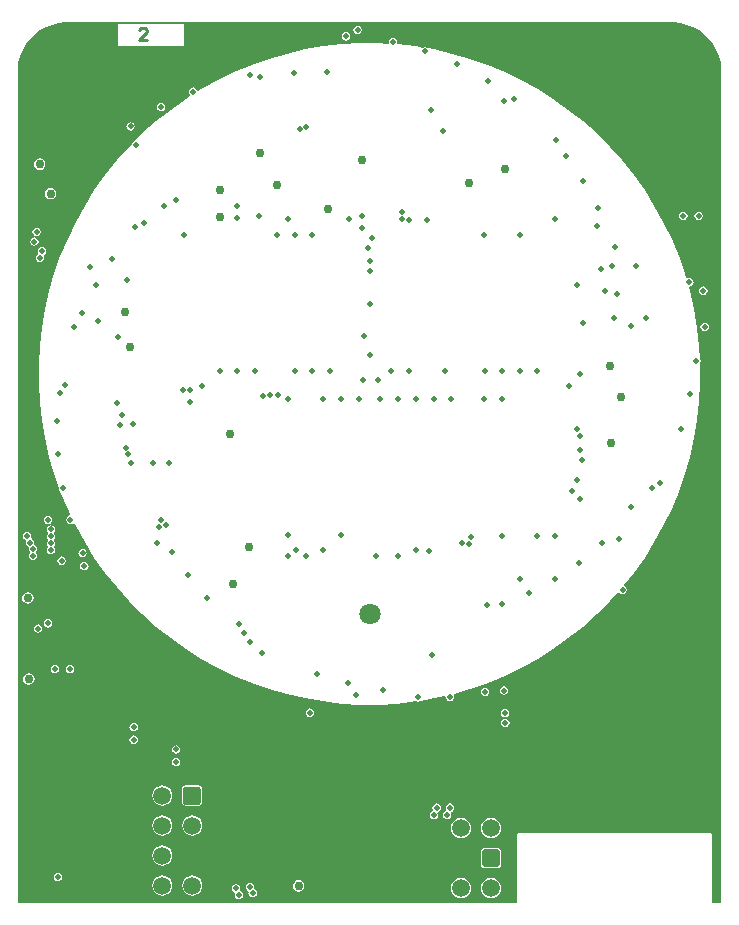
<source format=gbr>
%TF.GenerationSoftware,Altium Limited,Altium Designer,20.1.8 (145)*%
G04 Layer_Physical_Order=2*
G04 Layer_Color=10838552*
%FSLAX44Y44*%
%MOMM*%
%TF.SameCoordinates,136F3CA4-168E-489F-BF15-BD865E51D291*%
%TF.FilePolarity,Positive*%
%TF.FileFunction,Copper,L2,Inr,Signal*%
%TF.Part,Single*%
G01*
G75*
%TA.AperFunction,NonConductor*%
%ADD49C,0.2540*%
%TA.AperFunction,ViaPad*%
%ADD50C,5.5000*%
%TA.AperFunction,ComponentPad*%
%ADD51C,0.5600*%
%ADD52O,2.2000X1.1000*%
%ADD53O,1.9000X1.1000*%
G04:AMPARAMS|DCode=54|XSize=1.5mm|YSize=1.5mm|CornerRadius=0.1875mm|HoleSize=0mm|Usage=FLASHONLY|Rotation=270.000|XOffset=0mm|YOffset=0mm|HoleType=Round|Shape=RoundedRectangle|*
%AMROUNDEDRECTD54*
21,1,1.5000,1.1250,0,0,270.0*
21,1,1.1250,1.5000,0,0,270.0*
1,1,0.3750,-0.5625,-0.5625*
1,1,0.3750,-0.5625,0.5625*
1,1,0.3750,0.5625,0.5625*
1,1,0.3750,0.5625,-0.5625*
%
%ADD54ROUNDEDRECTD54*%
%ADD55C,1.5000*%
G04:AMPARAMS|DCode=56|XSize=1.5mm|YSize=1.5mm|CornerRadius=0.15mm|HoleSize=0mm|Usage=FLASHONLY|Rotation=180.000|XOffset=0mm|YOffset=0mm|HoleType=Round|Shape=RoundedRectangle|*
%AMROUNDEDRECTD56*
21,1,1.5000,1.2000,0,0,180.0*
21,1,1.2000,1.5000,0,0,180.0*
1,1,0.3000,-0.6000,0.6000*
1,1,0.3000,0.6000,0.6000*
1,1,0.3000,0.6000,-0.6000*
1,1,0.3000,-0.6000,-0.6000*
%
%ADD56ROUNDEDRECTD56*%
%TA.AperFunction,ViaPad*%
%ADD57C,0.7600*%
%ADD58C,0.4600*%
%ADD59C,1.8000*%
G36*
X263399Y297226D02*
X268839Y295768D01*
X274042Y293613D01*
X278919Y290797D01*
X283387Y287369D01*
X287369Y283387D01*
X290797Y278919D01*
X293613Y274042D01*
X295768Y268839D01*
X297226Y263399D01*
X297961Y257816D01*
Y255000D01*
Y-447961D01*
X290008D01*
X289924Y-447835D01*
Y-390169D01*
X289602Y-389391D01*
X288824Y-389069D01*
X125746D01*
X124969Y-389391D01*
X124647Y-390169D01*
Y-447835D01*
X124563Y-447961D01*
X-297961D01*
Y255000D01*
Y257816D01*
X-297226Y263399D01*
X-295768Y268839D01*
X-293613Y274042D01*
X-290797Y278919D01*
X-287369Y283387D01*
X-283387Y287369D01*
X-278919Y290797D01*
X-274042Y293613D01*
X-268839Y295768D01*
X-263399Y297226D01*
X-257816Y297961D01*
X257816D01*
X263399Y297226D01*
D02*
G37*
%LPC*%
G36*
X-10165Y294641D02*
X-11530Y294370D01*
X-12688Y293596D01*
X-13461Y292438D01*
X-13733Y291073D01*
X-13461Y289707D01*
X-12688Y288549D01*
X-11530Y287776D01*
X-10165Y287504D01*
X-8799Y287776D01*
X-7641Y288549D01*
X-6868Y289707D01*
X-6596Y291073D01*
X-6868Y292438D01*
X-7641Y293596D01*
X-8799Y294370D01*
X-10165Y294641D01*
D02*
G37*
G36*
X-19985Y289371D02*
X-21351Y289099D01*
X-22509Y288326D01*
X-23282Y287168D01*
X-23554Y285802D01*
X-23282Y284436D01*
X-22509Y283279D01*
X-21351Y282505D01*
X-19985Y282234D01*
X-18620Y282505D01*
X-17462Y283279D01*
X-16688Y284436D01*
X-16417Y285802D01*
X-16688Y287168D01*
X-17462Y288326D01*
X-18620Y289099D01*
X-19985Y289371D01*
D02*
G37*
G36*
X19654Y284632D02*
X18288Y284361D01*
X17131Y283587D01*
X16357Y282429D01*
X16085Y281064D01*
X16187Y280550D01*
X15345Y279579D01*
X7856Y280000D01*
X-0Y280000D01*
X-7856Y280000D01*
X-23544Y279119D01*
X-39157Y277360D01*
X-54647Y274728D01*
X-69965Y271232D01*
X-85063Y266882D01*
X-99894Y261693D01*
X-114410Y255680D01*
X-128566Y248863D01*
X-142317Y241262D01*
X-145009Y239571D01*
X-145942Y239973D01*
X-146008Y240303D01*
X-146781Y241461D01*
X-147939Y242234D01*
X-149305Y242506D01*
X-150670Y242234D01*
X-151828Y241461D01*
X-152602Y240303D01*
X-152873Y238938D01*
X-152602Y237572D01*
X-151862Y236465D01*
X-151737Y236196D01*
X-151749Y235336D01*
X-155621Y232903D01*
X-168435Y223811D01*
X-180720Y214015D01*
X-192435Y203545D01*
X-198431Y197549D01*
X-198936Y197449D01*
X-200094Y196675D01*
X-200867Y195518D01*
X-200968Y195012D01*
X-203545Y192435D01*
X-214015Y180719D01*
X-223811Y168435D01*
X-232903Y155621D01*
X-241263Y142317D01*
X-248863Y128566D01*
X-255680Y114409D01*
X-261693Y99893D01*
X-266882Y85063D01*
X-271232Y69965D01*
X-274728Y54647D01*
X-277360Y39157D01*
X-279119Y23544D01*
X-280000Y7856D01*
X-280000Y0D01*
X-280000Y-7856D01*
X-279119Y-23543D01*
X-277360Y-39157D01*
X-274728Y-54647D01*
X-271232Y-69965D01*
X-266882Y-85063D01*
X-262909Y-96417D01*
X-263027Y-97008D01*
X-262755Y-98373D01*
X-261982Y-99531D01*
X-261770Y-99672D01*
X-261693Y-99893D01*
X-255680Y-114409D01*
X-253490Y-118957D01*
X-254064Y-120107D01*
X-254601Y-120214D01*
X-255759Y-120988D01*
X-256532Y-122146D01*
X-256804Y-123511D01*
X-256532Y-124877D01*
X-255759Y-126034D01*
X-254601Y-126808D01*
X-253235Y-127080D01*
X-251870Y-126808D01*
X-251088Y-126286D01*
X-249873Y-126468D01*
X-248863Y-128566D01*
X-241262Y-142317D01*
X-232903Y-155621D01*
X-223811Y-168435D01*
X-214015Y-180719D01*
X-203545Y-192435D01*
X-192435Y-203545D01*
X-180719Y-214015D01*
X-168435Y-223811D01*
X-155621Y-232903D01*
X-142317Y-241262D01*
X-128566Y-248863D01*
X-114409Y-255680D01*
X-99893Y-261693D01*
X-85063Y-266882D01*
X-69965Y-271232D01*
X-54647Y-274728D01*
X-39157Y-277360D01*
X-23543Y-279119D01*
X-7856Y-280000D01*
X0Y-280000D01*
X7856Y-280000D01*
X23544Y-279119D01*
X39157Y-277360D01*
X39670Y-277273D01*
X40943Y-277526D01*
X42309Y-277254D01*
X43172Y-276678D01*
X54647Y-274728D01*
X63875Y-272622D01*
X64450Y-273182D01*
X64616Y-273495D01*
X64865Y-274746D01*
X65638Y-275904D01*
X66796Y-276678D01*
X68162Y-276949D01*
X69527Y-276678D01*
X70685Y-275904D01*
X71458Y-274746D01*
X71730Y-273381D01*
X71458Y-272015D01*
X71257Y-271713D01*
X71606Y-270759D01*
X85063Y-266882D01*
X99894Y-261693D01*
X114410Y-255680D01*
X128566Y-248863D01*
X142317Y-241262D01*
X155621Y-232903D01*
X168435Y-223811D01*
X180719Y-214015D01*
X192435Y-203545D01*
X203545Y-192435D01*
X210173Y-185018D01*
X211455Y-185108D01*
X211721Y-185505D01*
X212879Y-186279D01*
X214244Y-186551D01*
X215610Y-186279D01*
X216768Y-185505D01*
X217541Y-184348D01*
X217813Y-182982D01*
X217541Y-181616D01*
X216768Y-180459D01*
X215955Y-179916D01*
X215604Y-178727D01*
X223811Y-168435D01*
X232903Y-155621D01*
X241263Y-142317D01*
X248863Y-128566D01*
X255680Y-114410D01*
X261693Y-99893D01*
X266882Y-85063D01*
X271232Y-69965D01*
X274728Y-54647D01*
X277360Y-39157D01*
X279119Y-23544D01*
X280000Y-7856D01*
X280000Y-0D01*
X280000Y7856D01*
X279921Y9266D01*
X280083Y9509D01*
X280355Y10875D01*
X280083Y12241D01*
X279723Y12779D01*
X279119Y23543D01*
X277360Y39157D01*
X274728Y54647D01*
X271232Y69965D01*
X270287Y73244D01*
X271086Y74142D01*
X272201Y74364D01*
X273359Y75138D01*
X274132Y76295D01*
X274404Y77661D01*
X274132Y79026D01*
X273359Y80184D01*
X272201Y80958D01*
X270835Y81229D01*
X269470Y80958D01*
X269178Y80763D01*
X267996Y81195D01*
X266882Y85063D01*
X261693Y99893D01*
X255680Y114409D01*
X248863Y128566D01*
X241262Y142317D01*
X232903Y155621D01*
X223811Y168435D01*
X214015Y180719D01*
X203545Y192435D01*
X192435Y203545D01*
X180719Y214015D01*
X168435Y223811D01*
X155621Y232903D01*
X142317Y241263D01*
X128565Y248863D01*
X114409Y255680D01*
X99893Y261693D01*
X85063Y266882D01*
X69965Y271232D01*
X54647Y274728D01*
X49250Y275645D01*
X48275Y276296D01*
X46910Y276568D01*
X45544Y276296D01*
X45519Y276279D01*
X39156Y277360D01*
X23769Y279094D01*
X23570Y279240D01*
X23366Y279491D01*
X23044Y280165D01*
X23222Y281064D01*
X22951Y282429D01*
X22177Y283587D01*
X21019Y284361D01*
X19654Y284632D01*
D02*
G37*
G36*
X-184785Y296017D02*
X-199517D01*
Y295950D01*
X-213153D01*
Y277950D01*
X-157153D01*
Y295950D01*
X-184785D01*
Y296017D01*
D02*
G37*
G36*
X-176387Y229334D02*
X-177753Y229062D01*
X-178910Y228288D01*
X-179684Y227131D01*
X-179956Y225765D01*
X-179684Y224400D01*
X-178910Y223242D01*
X-177753Y222468D01*
X-176387Y222197D01*
X-175021Y222468D01*
X-173864Y223242D01*
X-173090Y224400D01*
X-172819Y225765D01*
X-173090Y227131D01*
X-173864Y228288D01*
X-175021Y229062D01*
X-176387Y229334D01*
D02*
G37*
G36*
X-202319Y213076D02*
X-203685Y212805D01*
X-204843Y212031D01*
X-205616Y210873D01*
X-205888Y209508D01*
X-205616Y208142D01*
X-204843Y206984D01*
X-203685Y206211D01*
X-202319Y205939D01*
X-200954Y206211D01*
X-199796Y206984D01*
X-199022Y208142D01*
X-198751Y209508D01*
X-199022Y210873D01*
X-199796Y212031D01*
X-200954Y212805D01*
X-202319Y213076D01*
D02*
G37*
G36*
X-279268Y182440D02*
X-281147Y182067D01*
X-282740Y181002D01*
X-283805Y179409D01*
X-284179Y177530D01*
X-283805Y175651D01*
X-282740Y174058D01*
X-281147Y172994D01*
X-279268Y172620D01*
X-277389Y172994D01*
X-275796Y174058D01*
X-274732Y175651D01*
X-274358Y177530D01*
X-274732Y179409D01*
X-275796Y181002D01*
X-277389Y182067D01*
X-279268Y182440D01*
D02*
G37*
G36*
X-270052Y157534D02*
X-271931Y157161D01*
X-273524Y156096D01*
X-274589Y154503D01*
X-274963Y152624D01*
X-274589Y150745D01*
X-273524Y149152D01*
X-271931Y148087D01*
X-270052Y147714D01*
X-268173Y148087D01*
X-266580Y149152D01*
X-265516Y150745D01*
X-265142Y152624D01*
X-265516Y154503D01*
X-266580Y156096D01*
X-268173Y157161D01*
X-270052Y157534D01*
D02*
G37*
G36*
X278577Y137427D02*
X277211Y137155D01*
X276054Y136382D01*
X275280Y135224D01*
X275009Y133858D01*
X275280Y132493D01*
X276054Y131335D01*
X277211Y130561D01*
X278577Y130290D01*
X279943Y130561D01*
X281100Y131335D01*
X281874Y132493D01*
X282146Y133858D01*
X281874Y135224D01*
X281100Y136382D01*
X279943Y137155D01*
X278577Y137427D01*
D02*
G37*
G36*
X265735D02*
X264369Y137155D01*
X263212Y136382D01*
X262438Y135224D01*
X262167Y133858D01*
X262438Y132493D01*
X263212Y131335D01*
X264369Y130561D01*
X265735Y130290D01*
X267101Y130561D01*
X268258Y131335D01*
X269032Y132493D01*
X269304Y133858D01*
X269032Y135224D01*
X268258Y136382D01*
X267101Y137155D01*
X265735Y137427D01*
D02*
G37*
G36*
X-281905Y123903D02*
X-283270Y123631D01*
X-284428Y122857D01*
X-285201Y121700D01*
X-285473Y120334D01*
X-285201Y118968D01*
X-284428Y117811D01*
X-283270Y117037D01*
X-281905Y116765D01*
X-280539Y117037D01*
X-279381Y117811D01*
X-278608Y118968D01*
X-278336Y120334D01*
X-278608Y121700D01*
X-279381Y122857D01*
X-280539Y123631D01*
X-281905Y123903D01*
D02*
G37*
G36*
X-283709Y115633D02*
X-285074Y115361D01*
X-286232Y114587D01*
X-287006Y113430D01*
X-287277Y112064D01*
X-287006Y110698D01*
X-286232Y109541D01*
X-285074Y108767D01*
X-283709Y108496D01*
X-282343Y108767D01*
X-281185Y109541D01*
X-280412Y110698D01*
X-280140Y112064D01*
X-280412Y113430D01*
X-281185Y114587D01*
X-282343Y115361D01*
X-283709Y115633D01*
D02*
G37*
G36*
X-277115Y107298D02*
X-278481Y107026D01*
X-279639Y106252D01*
X-280412Y105095D01*
X-280684Y103729D01*
X-280412Y102363D01*
X-280908Y101276D01*
X-281619Y100801D01*
X-282392Y99643D01*
X-282664Y98278D01*
X-282392Y96912D01*
X-281619Y95754D01*
X-280461Y94980D01*
X-279095Y94709D01*
X-277730Y94980D01*
X-276572Y95754D01*
X-275798Y96912D01*
X-275527Y98278D01*
X-275798Y99643D01*
X-275303Y100731D01*
X-274592Y101206D01*
X-273818Y102363D01*
X-273547Y103729D01*
X-273818Y105095D01*
X-274592Y106252D01*
X-275750Y107026D01*
X-277115Y107298D01*
D02*
G37*
G36*
X282599Y74028D02*
X281233Y73757D01*
X280075Y72983D01*
X279302Y71825D01*
X279030Y70460D01*
X279302Y69094D01*
X280075Y67936D01*
X281233Y67163D01*
X282599Y66891D01*
X283964Y67163D01*
X285122Y67936D01*
X285896Y69094D01*
X286167Y70460D01*
X285896Y71825D01*
X285122Y72983D01*
X283964Y73757D01*
X282599Y74028D01*
D02*
G37*
G36*
X283712Y43442D02*
X282346Y43170D01*
X281189Y42396D01*
X280415Y41239D01*
X280143Y39873D01*
X280415Y38507D01*
X281189Y37350D01*
X282346Y36576D01*
X283712Y36305D01*
X285077Y36576D01*
X286235Y37350D01*
X287009Y38507D01*
X287280Y39873D01*
X287009Y41239D01*
X286235Y42396D01*
X285077Y43170D01*
X283712Y43442D01*
D02*
G37*
G36*
X-272279Y-119958D02*
X-273644Y-120230D01*
X-274802Y-121003D01*
X-275576Y-122161D01*
X-275847Y-123527D01*
X-275576Y-124892D01*
X-274802Y-126050D01*
X-273644Y-126824D01*
X-272279Y-127095D01*
X-270913Y-126824D01*
X-269755Y-126050D01*
X-268982Y-124892D01*
X-268710Y-123527D01*
X-268982Y-122161D01*
X-269755Y-121003D01*
X-270913Y-120230D01*
X-272279Y-119958D01*
D02*
G37*
G36*
X-269866Y-128168D02*
X-271231Y-128440D01*
X-272389Y-129214D01*
X-273163Y-130371D01*
X-273434Y-131737D01*
X-273163Y-133103D01*
X-272583Y-133971D01*
X-272432Y-134553D01*
X-272554Y-135372D01*
X-273087Y-136171D01*
X-273359Y-137536D01*
X-273087Y-138902D01*
X-272554Y-139701D01*
X-272432Y-140520D01*
X-272583Y-141102D01*
X-273163Y-141970D01*
X-273434Y-143336D01*
X-273163Y-144702D01*
X-272389Y-145859D01*
Y-146613D01*
X-273163Y-147770D01*
X-273434Y-149136D01*
X-273163Y-150502D01*
X-272389Y-151659D01*
X-271231Y-152433D01*
X-269866Y-152704D01*
X-268500Y-152433D01*
X-267342Y-151659D01*
X-266569Y-150502D01*
X-266297Y-149136D01*
X-266569Y-147770D01*
X-267342Y-146613D01*
Y-145859D01*
X-266569Y-144702D01*
X-266297Y-143336D01*
X-266569Y-141970D01*
X-267102Y-141172D01*
X-267224Y-140352D01*
X-267073Y-139770D01*
X-266493Y-138902D01*
X-266222Y-137536D01*
X-266493Y-136171D01*
X-267073Y-135303D01*
X-267224Y-134720D01*
X-267102Y-133901D01*
X-266569Y-133103D01*
X-266297Y-131737D01*
X-266569Y-130371D01*
X-267342Y-129214D01*
X-268500Y-128440D01*
X-269866Y-128168D01*
D02*
G37*
G36*
X-242966Y-148253D02*
X-244331Y-148525D01*
X-245489Y-149298D01*
X-246263Y-150456D01*
X-246534Y-151822D01*
X-246263Y-153188D01*
X-245489Y-154345D01*
X-244331Y-155119D01*
X-242966Y-155391D01*
X-241600Y-155119D01*
X-240442Y-154345D01*
X-239669Y-153188D01*
X-239397Y-151822D01*
X-239669Y-150456D01*
X-240442Y-149298D01*
X-241600Y-148525D01*
X-242966Y-148253D01*
D02*
G37*
G36*
X-289820Y-133968D02*
X-291185Y-134240D01*
X-292343Y-135013D01*
X-293117Y-136171D01*
X-293388Y-137536D01*
X-293117Y-138902D01*
X-292343Y-140060D01*
X-291185Y-140833D01*
X-290915Y-141923D01*
X-291102Y-142867D01*
X-290831Y-144233D01*
X-290057Y-145390D01*
X-289129Y-146011D01*
X-288418Y-146776D01*
X-288689Y-148141D01*
X-288418Y-149507D01*
X-287644Y-150664D01*
Y-151418D01*
X-288418Y-152576D01*
X-288689Y-153941D01*
X-288418Y-155307D01*
X-287644Y-156465D01*
X-286486Y-157238D01*
X-285121Y-157510D01*
X-283755Y-157238D01*
X-282597Y-156465D01*
X-281824Y-155307D01*
X-281552Y-153941D01*
X-281824Y-152576D01*
X-282597Y-151418D01*
Y-150664D01*
X-281824Y-149507D01*
X-281552Y-148141D01*
X-281824Y-146776D01*
X-282597Y-145618D01*
X-283526Y-144997D01*
X-284237Y-144233D01*
X-283965Y-142867D01*
X-284237Y-141501D01*
X-285010Y-140344D01*
X-286168Y-139570D01*
X-286439Y-138480D01*
X-286251Y-137536D01*
X-286523Y-136171D01*
X-287296Y-135013D01*
X-288454Y-134240D01*
X-289820Y-133968D01*
D02*
G37*
G36*
X-260722Y-154585D02*
X-262087Y-154856D01*
X-263245Y-155630D01*
X-264019Y-156788D01*
X-264290Y-158153D01*
X-264019Y-159519D01*
X-263245Y-160676D01*
X-262087Y-161450D01*
X-260722Y-161722D01*
X-259356Y-161450D01*
X-258198Y-160676D01*
X-257425Y-159519D01*
X-257153Y-158153D01*
X-257425Y-156788D01*
X-258198Y-155630D01*
X-259356Y-154856D01*
X-260722Y-154585D01*
D02*
G37*
G36*
X-241457Y-159296D02*
X-242823Y-159568D01*
X-243981Y-160342D01*
X-244754Y-161499D01*
X-245026Y-162865D01*
X-244754Y-164231D01*
X-243981Y-165388D01*
X-242823Y-166162D01*
X-241457Y-166434D01*
X-240091Y-166162D01*
X-238934Y-165388D01*
X-238160Y-164231D01*
X-237889Y-162865D01*
X-238160Y-161499D01*
X-238934Y-160342D01*
X-240091Y-159568D01*
X-241457Y-159296D01*
D02*
G37*
G36*
X-289324Y-184898D02*
X-291203Y-185272D01*
X-292796Y-186336D01*
X-293861Y-187929D01*
X-294234Y-189808D01*
X-293861Y-191688D01*
X-292796Y-193281D01*
X-291203Y-194345D01*
X-289324Y-194719D01*
X-287445Y-194345D01*
X-285852Y-193281D01*
X-284787Y-191688D01*
X-284414Y-189808D01*
X-284787Y-187929D01*
X-285852Y-186336D01*
X-287445Y-185272D01*
X-289324Y-184898D01*
D02*
G37*
G36*
X-272279Y-207626D02*
X-273644Y-207897D01*
X-274802Y-208671D01*
X-275576Y-209828D01*
X-275847Y-211194D01*
X-275576Y-212560D01*
X-274802Y-213717D01*
X-273644Y-214491D01*
X-272279Y-214763D01*
X-270913Y-214491D01*
X-269755Y-213717D01*
X-268982Y-212560D01*
X-268710Y-211194D01*
X-268982Y-209828D01*
X-269755Y-208671D01*
X-270913Y-207897D01*
X-272279Y-207626D01*
D02*
G37*
G36*
X-280549Y-212062D02*
X-281914Y-212333D01*
X-283072Y-213107D01*
X-283846Y-214264D01*
X-284117Y-215630D01*
X-283846Y-216996D01*
X-283072Y-218153D01*
X-281914Y-218927D01*
X-280549Y-219199D01*
X-279183Y-218927D01*
X-278025Y-218153D01*
X-277252Y-216996D01*
X-276980Y-215630D01*
X-277252Y-214264D01*
X-278025Y-213107D01*
X-279183Y-212333D01*
X-280549Y-212062D01*
D02*
G37*
G36*
X-253626Y-246269D02*
X-254991Y-246540D01*
X-256149Y-247314D01*
X-256922Y-248472D01*
X-257194Y-249837D01*
X-256922Y-251203D01*
X-256149Y-252360D01*
X-254991Y-253134D01*
X-253626Y-253406D01*
X-252260Y-253134D01*
X-251102Y-252360D01*
X-250329Y-251203D01*
X-250057Y-249837D01*
X-250329Y-248472D01*
X-251102Y-247314D01*
X-252260Y-246540D01*
X-253626Y-246269D01*
D02*
G37*
G36*
X-266467D02*
X-267833Y-246540D01*
X-268991Y-247314D01*
X-269764Y-248472D01*
X-270036Y-249837D01*
X-269764Y-251203D01*
X-268991Y-252360D01*
X-267833Y-253134D01*
X-266467Y-253406D01*
X-265102Y-253134D01*
X-263944Y-252360D01*
X-263171Y-251203D01*
X-262899Y-249837D01*
X-263171Y-248472D01*
X-263944Y-247314D01*
X-265102Y-246540D01*
X-266467Y-246269D01*
D02*
G37*
G36*
X-288562Y-253388D02*
X-290441Y-253762D01*
X-292034Y-254826D01*
X-293099Y-256419D01*
X-293472Y-258298D01*
X-293099Y-260177D01*
X-292034Y-261770D01*
X-290441Y-262835D01*
X-288562Y-263209D01*
X-286683Y-262835D01*
X-285090Y-261770D01*
X-284025Y-260177D01*
X-283652Y-258298D01*
X-284025Y-256419D01*
X-285090Y-254826D01*
X-286683Y-253762D01*
X-288562Y-253388D01*
D02*
G37*
G36*
X113800Y-264529D02*
X112435Y-264800D01*
X111277Y-265574D01*
X110504Y-266731D01*
X110232Y-268097D01*
X110504Y-269463D01*
X111277Y-270620D01*
X112435Y-271394D01*
X113800Y-271666D01*
X115166Y-271394D01*
X116324Y-270620D01*
X117097Y-269463D01*
X117369Y-268097D01*
X117097Y-266731D01*
X116324Y-265574D01*
X115166Y-264800D01*
X113800Y-264529D01*
D02*
G37*
G36*
X97989Y-265653D02*
X96623Y-265925D01*
X95465Y-266699D01*
X94692Y-267856D01*
X94420Y-269222D01*
X94692Y-270588D01*
X95465Y-271745D01*
X96623Y-272519D01*
X97989Y-272791D01*
X99354Y-272519D01*
X100512Y-271745D01*
X101286Y-270588D01*
X101557Y-269222D01*
X101286Y-267856D01*
X100512Y-266699D01*
X99354Y-265925D01*
X97989Y-265653D01*
D02*
G37*
G36*
X-50575Y-283257D02*
X-51941Y-283528D01*
X-53098Y-284302D01*
X-53872Y-285460D01*
X-54144Y-286825D01*
X-53872Y-288191D01*
X-53098Y-289349D01*
X-51941Y-290122D01*
X-50575Y-290394D01*
X-49209Y-290122D01*
X-48052Y-289349D01*
X-47278Y-288191D01*
X-47007Y-286825D01*
X-47278Y-285460D01*
X-48052Y-284302D01*
X-49209Y-283528D01*
X-50575Y-283257D01*
D02*
G37*
G36*
X114795Y-283634D02*
X113429Y-283906D01*
X112271Y-284680D01*
X111498Y-285837D01*
X111226Y-287203D01*
X111498Y-288569D01*
X112271Y-289726D01*
X113429Y-290500D01*
X114795Y-290772D01*
X116160Y-290500D01*
X117318Y-289726D01*
X118091Y-288569D01*
X118363Y-287203D01*
X118091Y-285837D01*
X117318Y-284680D01*
X116160Y-283906D01*
X114795Y-283634D01*
D02*
G37*
G36*
X114976Y-291904D02*
X113610Y-292176D01*
X112453Y-292950D01*
X111679Y-294107D01*
X111407Y-295473D01*
X111679Y-296839D01*
X112453Y-297996D01*
X113610Y-298770D01*
X114976Y-299042D01*
X116342Y-298770D01*
X117499Y-297996D01*
X118273Y-296839D01*
X118545Y-295473D01*
X118273Y-294107D01*
X117499Y-292950D01*
X116342Y-292176D01*
X114976Y-291904D01*
D02*
G37*
G36*
X-199724Y-295515D02*
X-201089Y-295787D01*
X-202247Y-296560D01*
X-203020Y-297718D01*
X-203292Y-299084D01*
X-203020Y-300449D01*
X-202247Y-301607D01*
X-201089Y-302381D01*
X-199724Y-302652D01*
X-198358Y-302381D01*
X-197200Y-301607D01*
X-196427Y-300449D01*
X-196155Y-299084D01*
X-196427Y-297718D01*
X-197200Y-296560D01*
X-198358Y-295787D01*
X-199724Y-295515D01*
D02*
G37*
G36*
Y-306089D02*
X-201089Y-306361D01*
X-202247Y-307134D01*
X-203020Y-308292D01*
X-203292Y-309658D01*
X-203020Y-311023D01*
X-202247Y-312181D01*
X-201089Y-312955D01*
X-199724Y-313226D01*
X-198358Y-312955D01*
X-197200Y-312181D01*
X-196427Y-311023D01*
X-196155Y-309658D01*
X-196427Y-308292D01*
X-197200Y-307134D01*
X-198358Y-306361D01*
X-199724Y-306089D01*
D02*
G37*
G36*
X-163612Y-314443D02*
X-164977Y-314715D01*
X-166135Y-315488D01*
X-166909Y-316646D01*
X-167180Y-318012D01*
X-166909Y-319377D01*
X-166135Y-320535D01*
X-164977Y-321309D01*
X-163612Y-321580D01*
X-162246Y-321309D01*
X-161088Y-320535D01*
X-160315Y-319377D01*
X-160043Y-318012D01*
X-160315Y-316646D01*
X-161088Y-315488D01*
X-162246Y-314715D01*
X-163612Y-314443D01*
D02*
G37*
G36*
Y-324999D02*
X-164977Y-325271D01*
X-166135Y-326044D01*
X-166909Y-327202D01*
X-167180Y-328568D01*
X-166909Y-329933D01*
X-166135Y-331091D01*
X-164977Y-331865D01*
X-163612Y-332136D01*
X-162246Y-331865D01*
X-161088Y-331091D01*
X-160315Y-329933D01*
X-160043Y-328568D01*
X-160315Y-327202D01*
X-161088Y-326044D01*
X-162246Y-325271D01*
X-163612Y-324999D01*
D02*
G37*
G36*
X-144398Y-348407D02*
X-155648D01*
X-156777Y-348631D01*
X-157733Y-349270D01*
X-158372Y-350227D01*
X-158596Y-351355D01*
Y-362605D01*
X-158372Y-363733D01*
X-157733Y-364689D01*
X-156777Y-365328D01*
X-155648Y-365552D01*
X-144398D01*
X-143271Y-365328D01*
X-142314Y-364689D01*
X-141675Y-363733D01*
X-141451Y-362605D01*
Y-351355D01*
X-141675Y-350227D01*
X-142314Y-349270D01*
X-143271Y-348631D01*
X-144398Y-348407D01*
D02*
G37*
G36*
X-175424Y-348390D02*
X-177647Y-348683D01*
X-179718Y-349541D01*
X-181497Y-350906D01*
X-182862Y-352685D01*
X-183720Y-354757D01*
X-184013Y-356980D01*
X-183720Y-359203D01*
X-182862Y-361274D01*
X-181497Y-363053D01*
X-179718Y-364418D01*
X-177647Y-365276D01*
X-175424Y-365569D01*
X-173200Y-365276D01*
X-171129Y-364418D01*
X-169350Y-363053D01*
X-167985Y-361274D01*
X-167127Y-359203D01*
X-166834Y-356980D01*
X-167127Y-354757D01*
X-167985Y-352685D01*
X-169350Y-350906D01*
X-171129Y-349541D01*
X-173200Y-348683D01*
X-175424Y-348390D01*
D02*
G37*
G36*
X68120Y-363715D02*
X66755Y-363987D01*
X65597Y-364761D01*
X64823Y-365918D01*
X64552Y-367284D01*
X64823Y-368650D01*
X65164Y-369159D01*
X64696Y-370288D01*
X64469Y-370334D01*
X63311Y-371107D01*
X62537Y-372265D01*
X62266Y-373630D01*
X62537Y-374996D01*
X63311Y-376154D01*
X64469Y-376927D01*
X65834Y-377199D01*
X67200Y-376927D01*
X68358Y-376154D01*
X69131Y-374996D01*
X69403Y-373630D01*
X69131Y-372265D01*
X68791Y-371755D01*
X69258Y-370626D01*
X69486Y-370581D01*
X70644Y-369807D01*
X71417Y-368650D01*
X71689Y-367284D01*
X71417Y-365918D01*
X70644Y-364761D01*
X69486Y-363987D01*
X68120Y-363715D01*
D02*
G37*
G36*
X56803D02*
X55437Y-363987D01*
X54279Y-364761D01*
X53506Y-365918D01*
X53234Y-367284D01*
X53506Y-368650D01*
X53846Y-369159D01*
X53379Y-370288D01*
X53151Y-370334D01*
X51993Y-371107D01*
X51220Y-372265D01*
X50948Y-373630D01*
X51220Y-374996D01*
X51993Y-376154D01*
X53151Y-376927D01*
X54517Y-377199D01*
X55882Y-376927D01*
X57040Y-376154D01*
X57813Y-374996D01*
X58085Y-373630D01*
X57813Y-372265D01*
X57473Y-371755D01*
X57940Y-370626D01*
X58168Y-370581D01*
X59326Y-369807D01*
X60099Y-368650D01*
X60371Y-367284D01*
X60099Y-365918D01*
X59326Y-364761D01*
X58168Y-363987D01*
X56803Y-363715D01*
D02*
G37*
G36*
X-150023Y-373790D02*
X-152247Y-374083D01*
X-154318Y-374941D01*
X-156097Y-376306D01*
X-157462Y-378085D01*
X-158320Y-380157D01*
X-158613Y-382380D01*
X-158320Y-384603D01*
X-157462Y-386674D01*
X-156097Y-388453D01*
X-154318Y-389818D01*
X-152247Y-390676D01*
X-150023Y-390969D01*
X-147800Y-390676D01*
X-145729Y-389818D01*
X-143950Y-388453D01*
X-142585Y-386674D01*
X-141727Y-384603D01*
X-141434Y-382380D01*
X-141727Y-380157D01*
X-142585Y-378085D01*
X-143950Y-376306D01*
X-145729Y-374941D01*
X-147800Y-374083D01*
X-150023Y-373790D01*
D02*
G37*
G36*
X-175424D02*
X-177647Y-374083D01*
X-179718Y-374941D01*
X-181497Y-376306D01*
X-182862Y-378085D01*
X-183720Y-380157D01*
X-184013Y-382380D01*
X-183720Y-384603D01*
X-182862Y-386674D01*
X-181497Y-388453D01*
X-179718Y-389818D01*
X-177647Y-390676D01*
X-175424Y-390969D01*
X-173200Y-390676D01*
X-171129Y-389818D01*
X-169350Y-388453D01*
X-167985Y-386674D01*
X-167127Y-384603D01*
X-166834Y-382380D01*
X-167127Y-380157D01*
X-167985Y-378085D01*
X-169350Y-376306D01*
X-171129Y-374941D01*
X-173200Y-374083D01*
X-175424Y-373790D01*
D02*
G37*
G36*
X102900Y-376011D02*
X100677Y-376303D01*
X98605Y-377161D01*
X96826Y-378526D01*
X95461Y-380305D01*
X94603Y-382377D01*
X94311Y-384600D01*
X94603Y-386823D01*
X95461Y-388895D01*
X96826Y-390674D01*
X98605Y-392039D01*
X100677Y-392897D01*
X102900Y-393190D01*
X105123Y-392897D01*
X107195Y-392039D01*
X108974Y-390674D01*
X110339Y-388895D01*
X111197Y-386823D01*
X111489Y-384600D01*
X111197Y-382377D01*
X110339Y-380305D01*
X108974Y-378526D01*
X107195Y-377161D01*
X105123Y-376303D01*
X102900Y-376011D01*
D02*
G37*
G36*
X77500D02*
X75277Y-376303D01*
X73205Y-377161D01*
X71426Y-378526D01*
X70061Y-380305D01*
X69203Y-382377D01*
X68910Y-384600D01*
X69203Y-386823D01*
X70061Y-388895D01*
X71426Y-390674D01*
X73205Y-392039D01*
X75277Y-392897D01*
X77500Y-393190D01*
X79723Y-392897D01*
X81795Y-392039D01*
X83574Y-390674D01*
X84939Y-388895D01*
X85797Y-386823D01*
X86089Y-384600D01*
X85797Y-382377D01*
X84939Y-380305D01*
X83574Y-378526D01*
X81795Y-377161D01*
X79723Y-376303D01*
X77500Y-376011D01*
D02*
G37*
G36*
X-175424Y-399190D02*
X-177647Y-399483D01*
X-179718Y-400341D01*
X-181497Y-401706D01*
X-182862Y-403485D01*
X-183720Y-405556D01*
X-184013Y-407780D01*
X-183720Y-410003D01*
X-182862Y-412074D01*
X-181497Y-413853D01*
X-179718Y-415218D01*
X-177647Y-416076D01*
X-175424Y-416369D01*
X-173200Y-416076D01*
X-171129Y-415218D01*
X-169350Y-413853D01*
X-167985Y-412074D01*
X-167127Y-410003D01*
X-166834Y-407780D01*
X-167127Y-405556D01*
X-167985Y-403485D01*
X-169350Y-401706D01*
X-171129Y-400341D01*
X-173200Y-399483D01*
X-175424Y-399190D01*
D02*
G37*
G36*
X108900Y-401435D02*
X96900D01*
X95918Y-401630D01*
X95086Y-402186D01*
X94530Y-403018D01*
X94335Y-404000D01*
Y-416000D01*
X94530Y-416982D01*
X95086Y-417814D01*
X95918Y-418370D01*
X96900Y-418565D01*
X108900D01*
X109882Y-418370D01*
X110714Y-417814D01*
X111270Y-416982D01*
X111465Y-416000D01*
Y-404000D01*
X111270Y-403018D01*
X110714Y-402186D01*
X109882Y-401630D01*
X108900Y-401435D01*
D02*
G37*
G36*
X-263879Y-422389D02*
X-265245Y-422661D01*
X-266402Y-423435D01*
X-267176Y-424592D01*
X-267448Y-425958D01*
X-267176Y-427324D01*
X-266402Y-428481D01*
X-265245Y-429255D01*
X-263879Y-429527D01*
X-262514Y-429255D01*
X-261356Y-428481D01*
X-260582Y-427324D01*
X-260311Y-425958D01*
X-260582Y-424592D01*
X-261356Y-423435D01*
X-262514Y-422661D01*
X-263879Y-422389D01*
D02*
G37*
G36*
X-59971Y-428470D02*
X-61851Y-428843D01*
X-63444Y-429908D01*
X-64508Y-431501D01*
X-64882Y-433380D01*
X-64508Y-435259D01*
X-63444Y-436852D01*
X-61851Y-437916D01*
X-59971Y-438290D01*
X-58092Y-437916D01*
X-56499Y-436852D01*
X-55435Y-435259D01*
X-55061Y-433380D01*
X-55435Y-431501D01*
X-56499Y-429908D01*
X-58092Y-428843D01*
X-59971Y-428470D01*
D02*
G37*
G36*
X-150023Y-424590D02*
X-152247Y-424883D01*
X-154318Y-425741D01*
X-156097Y-427106D01*
X-157462Y-428885D01*
X-158320Y-430956D01*
X-158613Y-433180D01*
X-158320Y-435403D01*
X-157462Y-437474D01*
X-156097Y-439253D01*
X-154318Y-440618D01*
X-152247Y-441476D01*
X-150023Y-441769D01*
X-147800Y-441476D01*
X-145729Y-440618D01*
X-143950Y-439253D01*
X-142585Y-437474D01*
X-141727Y-435403D01*
X-141434Y-433180D01*
X-141727Y-430956D01*
X-142585Y-428885D01*
X-143950Y-427106D01*
X-145729Y-425741D01*
X-147800Y-424883D01*
X-150023Y-424590D01*
D02*
G37*
G36*
X-175424D02*
X-177647Y-424883D01*
X-179718Y-425741D01*
X-181497Y-427106D01*
X-182862Y-428885D01*
X-183720Y-430956D01*
X-184013Y-433180D01*
X-183720Y-435403D01*
X-182862Y-437474D01*
X-181497Y-439253D01*
X-179718Y-440618D01*
X-177647Y-441476D01*
X-175424Y-441769D01*
X-173200Y-441476D01*
X-171129Y-440618D01*
X-169350Y-439253D01*
X-167985Y-437474D01*
X-167127Y-435403D01*
X-166834Y-433180D01*
X-167127Y-430956D01*
X-167985Y-428885D01*
X-169350Y-427106D01*
X-171129Y-425741D01*
X-173200Y-424883D01*
X-175424Y-424590D01*
D02*
G37*
G36*
X-101201Y-430775D02*
X-102567Y-431047D01*
X-103725Y-431820D01*
X-104498Y-432978D01*
X-104770Y-434344D01*
X-104498Y-435709D01*
X-103725Y-436867D01*
X-102567Y-437641D01*
X-102296Y-438730D01*
X-102484Y-439674D01*
X-102212Y-441040D01*
X-101439Y-442197D01*
X-100281Y-442971D01*
X-98915Y-443243D01*
X-97550Y-442971D01*
X-96392Y-442197D01*
X-95618Y-441040D01*
X-95347Y-439674D01*
X-95618Y-438308D01*
X-96392Y-437151D01*
X-97550Y-436377D01*
X-97821Y-435287D01*
X-97633Y-434344D01*
X-97905Y-432978D01*
X-98678Y-431820D01*
X-99836Y-431047D01*
X-101201Y-430775D01*
D02*
G37*
G36*
X102900Y-426810D02*
X100677Y-427103D01*
X98605Y-427961D01*
X96826Y-429326D01*
X95461Y-431105D01*
X94603Y-433177D01*
X94311Y-435400D01*
X94603Y-437623D01*
X95461Y-439695D01*
X96826Y-441474D01*
X98605Y-442839D01*
X100677Y-443697D01*
X102900Y-443989D01*
X105123Y-443697D01*
X107195Y-442839D01*
X108974Y-441474D01*
X110339Y-439695D01*
X111197Y-437623D01*
X111489Y-435400D01*
X111197Y-433177D01*
X110339Y-431105D01*
X108974Y-429326D01*
X107195Y-427961D01*
X105123Y-427103D01*
X102900Y-426810D01*
D02*
G37*
G36*
X77500D02*
X75277Y-427103D01*
X73205Y-427961D01*
X71426Y-429326D01*
X70061Y-431105D01*
X69203Y-433177D01*
X68910Y-435400D01*
X69203Y-437623D01*
X70061Y-439695D01*
X71426Y-441474D01*
X73205Y-442839D01*
X75277Y-443697D01*
X77500Y-443989D01*
X79723Y-443697D01*
X81795Y-442839D01*
X83574Y-441474D01*
X84939Y-439695D01*
X85797Y-437623D01*
X86089Y-435400D01*
X85797Y-433177D01*
X84939Y-431105D01*
X83574Y-429326D01*
X81795Y-427961D01*
X79723Y-427103D01*
X77500Y-426810D01*
D02*
G37*
G36*
X-113027Y-432084D02*
X-114393Y-432356D01*
X-115551Y-433129D01*
X-116324Y-434287D01*
X-116596Y-435653D01*
X-116324Y-437018D01*
X-115551Y-438176D01*
X-114467Y-438900D01*
X-114235Y-439138D01*
X-113917Y-439906D01*
X-114038Y-440087D01*
X-114310Y-441452D01*
X-114038Y-442818D01*
X-113265Y-443975D01*
X-112107Y-444749D01*
X-110741Y-445021D01*
X-109376Y-444749D01*
X-108218Y-443975D01*
X-107444Y-442818D01*
X-107173Y-441452D01*
X-107444Y-440087D01*
X-108218Y-438929D01*
X-109376Y-438155D01*
X-109463Y-438138D01*
X-109851Y-437199D01*
X-109731Y-437018D01*
X-109459Y-435653D01*
X-109731Y-434287D01*
X-110504Y-433129D01*
X-111662Y-432356D01*
X-113027Y-432084D01*
D02*
G37*
%LPD*%
D49*
X-188765Y282302D02*
X-195536D01*
X-188765Y289073D01*
Y290765D01*
X-190458Y292458D01*
X-193844D01*
X-195536Y290765D01*
D50*
X0Y-405000D02*
D03*
X255000Y255000D02*
D03*
X-255000D02*
D03*
D51*
X-168351Y-297339D02*
D03*
X-140411D02*
D03*
X-159461D02*
D03*
X-168351Y-261779D02*
D03*
X-140411D02*
D03*
X-159461D02*
D03*
X-168351Y-279559D02*
D03*
Y-288449D02*
D03*
Y-270669D02*
D03*
X-140411Y-279559D02*
D03*
Y-288449D02*
D03*
Y-270669D02*
D03*
X-149301Y-261779D02*
D03*
Y-297339D02*
D03*
D52*
X0Y-350750D02*
D03*
D53*
X28000Y-329250D02*
D03*
X-28000D02*
D03*
D54*
X-150023Y-356980D02*
D03*
D55*
Y-382380D02*
D03*
Y-407780D02*
D03*
Y-433180D02*
D03*
X-175424Y-356980D02*
D03*
Y-382380D02*
D03*
Y-407780D02*
D03*
Y-433180D02*
D03*
X102900Y-435400D02*
D03*
Y-384600D02*
D03*
X77500D02*
D03*
Y-410000D02*
D03*
Y-435400D02*
D03*
D56*
X102900Y-410000D02*
D03*
D57*
X262068Y164768D02*
D03*
X97994Y281938D02*
D03*
X-202637Y23104D02*
D03*
X212631Y-19464D02*
D03*
X-206931Y52554D02*
D03*
X49844Y-305775D02*
D03*
Y-295457D02*
D03*
X203609Y6862D02*
D03*
X-102224Y-146155D02*
D03*
X-118380Y-51067D02*
D03*
X-78760Y159713D02*
D03*
X-6017Y181483D02*
D03*
X84448Y161834D02*
D03*
X-35461Y139244D02*
D03*
X282468Y97990D02*
D03*
X164940Y262058D02*
D03*
X-288838Y154949D02*
D03*
X-270052Y152624D02*
D03*
X-279268Y177530D02*
D03*
X-115736Y-178218D02*
D03*
X204592Y-58849D02*
D03*
X-91471Y-429514D02*
D03*
X-82971D02*
D03*
X-74471D02*
D03*
X-83058Y-419914D02*
D03*
X115079Y173865D02*
D03*
X-93032Y186594D02*
D03*
X-288562Y-258298D02*
D03*
X-289324Y-189808D02*
D03*
Y-160444D02*
D03*
X-171704Y-315309D02*
D03*
X-204732Y-371570D02*
D03*
X-195580Y-326505D02*
D03*
X-260350Y-387858D02*
D03*
X-268224Y-387731D02*
D03*
X-127000Y155433D02*
D03*
Y132479D02*
D03*
X-193802Y-315309D02*
D03*
X-243078Y-222130D02*
D03*
X-59971Y-433380D02*
D03*
X274457Y-210047D02*
D03*
X293319D02*
D03*
X-92964Y-308809D02*
D03*
X-225552Y-425704D02*
D03*
X-221488Y-215630D02*
D03*
X-32721Y-352980D02*
D03*
X-22911D02*
D03*
X-32721Y-343020D02*
D03*
X-22911D02*
D03*
X284004Y-210047D02*
D03*
X287274Y-194000D02*
D03*
X-103378Y-325492D02*
D03*
X-49832Y-313395D02*
D03*
Y-303077D02*
D03*
X-59792Y-313395D02*
D03*
Y-303077D02*
D03*
X-39872D02*
D03*
Y-313395D02*
D03*
X-29912Y-303077D02*
D03*
Y-313395D02*
D03*
X-288081Y-425704D02*
D03*
X-274570Y-341884D02*
D03*
X-231562Y-325882D02*
D03*
X-274062Y-258572D02*
D03*
X-221488Y-241630D02*
D03*
D58*
X97989Y-269222D02*
D03*
X283712Y39873D02*
D03*
X265735Y133858D02*
D03*
X278577D02*
D03*
X270835Y77661D02*
D03*
X99878Y-196021D02*
D03*
X-163492Y147209D02*
D03*
X-205042Y79736D02*
D03*
X-177984Y-129313D02*
D03*
X209232Y67984D02*
D03*
X192475Y124995D02*
D03*
X134897Y-185669D02*
D03*
X51626Y223618D02*
D03*
X62619Y206052D02*
D03*
X-153566Y-170552D02*
D03*
X-179609Y-142867D02*
D03*
X-190822Y127503D02*
D03*
X-243070Y51666D02*
D03*
X-152011Y-23912D02*
D03*
X276786Y10875D02*
D03*
X127456Y-173591D02*
D03*
X84234Y-143739D02*
D03*
X78504Y-142842D02*
D03*
X50115Y-150070D02*
D03*
X86166Y-138270D02*
D03*
X-24250Y-136820D02*
D03*
X24250Y-154230D02*
D03*
X5608Y-154268D02*
D03*
X-54102Y-154230D02*
D03*
X-69250D02*
D03*
X181128Y42702D02*
D03*
X-263879Y-425958D02*
D03*
X-6553Y133890D02*
D03*
X-183481Y-75585D02*
D03*
X-152042Y-13356D02*
D03*
X-6553Y123334D02*
D03*
X-112000Y131572D02*
D03*
X-93816Y133522D02*
D03*
X-112000Y142128D02*
D03*
X-236429Y90757D02*
D03*
X-68834Y131318D02*
D03*
X27662Y136769D02*
D03*
X27710Y130969D02*
D03*
X-53411Y208629D02*
D03*
X-59010Y207115D02*
D03*
X33500Y130208D02*
D03*
X157000Y131419D02*
D03*
X-17526Y131064D02*
D03*
X196380Y88395D02*
D03*
X97000Y117820D02*
D03*
X-213984Y-24277D02*
D03*
X-213106Y31057D02*
D03*
X-89847Y-18527D02*
D03*
X-84061Y-18132D02*
D03*
X-77750D02*
D03*
X-169806Y-75585D02*
D03*
X-201657D02*
D03*
X-200480Y-42725D02*
D03*
X-209410Y-35146D02*
D03*
X-211036Y-42922D02*
D03*
X-206111Y-62425D02*
D03*
X-204355Y-67952D02*
D03*
X-157842Y-13356D02*
D03*
X220986Y40957D02*
D03*
X206756Y47649D02*
D03*
X-167022Y-150387D02*
D03*
X-137689Y-189512D02*
D03*
X-172318Y-128071D02*
D03*
X-176227Y-123785D02*
D03*
X-97000Y2180D02*
D03*
X-112000D02*
D03*
X-142000Y-10668D02*
D03*
X177894Y-105853D02*
D03*
X180112Y-72719D02*
D03*
X177826Y-64489D02*
D03*
Y-52202D02*
D03*
X175540Y-46871D02*
D03*
X168712Y-9872D02*
D03*
X178054Y0D02*
D03*
X175540Y74930D02*
D03*
X199209Y70366D02*
D03*
X234202Y47649D02*
D03*
X175540Y-89912D02*
D03*
X214244Y-182982D02*
D03*
X171196Y-99060D02*
D03*
X127000Y2180D02*
D03*
X142000D02*
D03*
X112000D02*
D03*
X112000Y-21180D02*
D03*
X97000D02*
D03*
X97434Y2180D02*
D03*
X63500D02*
D03*
X69250Y-21180D02*
D03*
X18500Y2180D02*
D03*
X33500D02*
D03*
X-5339Y-4845D02*
D03*
X6786D02*
D03*
X-157000Y117820D02*
D03*
X-63500Y2180D02*
D03*
X-48500D02*
D03*
X-11875Y-271991D02*
D03*
X-279095Y98278D02*
D03*
X-277115Y103729D02*
D03*
X-50575Y-286825D02*
D03*
X-62000Y-149460D02*
D03*
X-39250D02*
D03*
X52749Y-237974D02*
D03*
X263436Y-46451D02*
D03*
X100207Y248022D02*
D03*
X-35907Y255489D02*
D03*
X181141Y163101D02*
D03*
X-105896Y-219545D02*
D03*
X239213Y-96649D02*
D03*
X221415Y-112817D02*
D03*
X-44801Y-254080D02*
D03*
X-257843Y-9004D02*
D03*
X-241457Y-162865D02*
D03*
X19654Y281064D02*
D03*
X282599Y70460D02*
D03*
X113800Y-268097D02*
D03*
X-149305Y238938D02*
D03*
X68162Y-273381D02*
D03*
X-10165Y291073D02*
D03*
X-253235Y-123511D02*
D03*
X-269790Y-137536D02*
D03*
X-287534Y-142867D02*
D03*
X-289820Y-137536D02*
D03*
X-90757Y-236429D02*
D03*
X157652Y198195D02*
D03*
X166279Y184671D02*
D03*
X-231820Y75323D02*
D03*
X226001Y91310D02*
D03*
X205319Y91414D02*
D03*
X211182Y-139778D02*
D03*
X197198Y-143273D02*
D03*
X112375Y-194639D02*
D03*
X40943Y-273957D02*
D03*
X11668Y-267245D02*
D03*
X-18328Y-262110D02*
D03*
X-101074Y-227016D02*
D03*
X-110358Y-211996D02*
D03*
X-242966Y-151822D02*
D03*
X-259458Y-97008D02*
D03*
X-263578Y-68166D02*
D03*
X-264562Y-39539D02*
D03*
X-262260Y-16041D02*
D03*
X-250132Y39617D02*
D03*
X-229946Y44697D02*
D03*
X-218337Y97210D02*
D03*
X-198655Y124134D02*
D03*
X-174045Y142200D02*
D03*
X-202319Y209508D02*
D03*
X-197570Y194152D02*
D03*
X-176387Y225765D02*
D03*
X-100884Y252868D02*
D03*
X-92586Y250966D02*
D03*
X-63565Y254945D02*
D03*
X-19985Y285802D02*
D03*
X46910Y272999D02*
D03*
X73900Y262029D02*
D03*
X122340Y232530D02*
D03*
X114110Y231393D02*
D03*
X193355Y140481D02*
D03*
X208252Y107257D02*
D03*
X156744Y-174082D02*
D03*
X177612Y-159922D02*
D03*
X246111Y-92017D02*
D03*
X271742Y-16621D02*
D03*
X536Y95273D02*
D03*
X-1243Y106651D02*
D03*
X114795Y-287203D02*
D03*
X114976Y-295473D02*
D03*
X-281905Y120334D02*
D03*
X-283709Y112064D02*
D03*
X-272279Y-123527D02*
D03*
X-269866Y-143336D02*
D03*
Y-149136D02*
D03*
X-260722Y-158153D02*
D03*
X-285121Y-148141D02*
D03*
X-269866Y-131737D02*
D03*
X-199724Y-299084D02*
D03*
X359Y16385D02*
D03*
X39250Y-21180D02*
D03*
X0Y58872D02*
D03*
X-39250Y-21180D02*
D03*
X-285121Y-153941D02*
D03*
X-163612Y-318012D02*
D03*
Y-328568D02*
D03*
X-199724Y-309658D02*
D03*
X-272279Y-211194D02*
D03*
X-101201Y-434344D02*
D03*
X-113027Y-435653D02*
D03*
X-110741Y-441452D02*
D03*
X-69250Y-21180D02*
D03*
X65834Y-373630D02*
D03*
X68120Y-367284D02*
D03*
X56803D02*
D03*
X-253626Y-249837D02*
D03*
X-266467D02*
D03*
X-98915Y-439674D02*
D03*
X54517Y-373630D02*
D03*
X-4500Y32224D02*
D03*
X-127000Y2180D02*
D03*
X-280549Y-215630D02*
D03*
X0Y86985D02*
D03*
X39250Y-149460D02*
D03*
X-63500Y117820D02*
D03*
X24250Y-21180D02*
D03*
X112000Y-136888D02*
D03*
X157000D02*
D03*
X1717Y115386D02*
D03*
X-69250Y-136820D02*
D03*
X-24250Y-21180D02*
D03*
X-9250D02*
D03*
X9250D02*
D03*
X54250D02*
D03*
X142000Y-136888D02*
D03*
X127000Y117820D02*
D03*
X-33500Y2180D02*
D03*
X48500Y130208D02*
D03*
X-48500Y117820D02*
D03*
X-78500D02*
D03*
D59*
X0Y-203484D02*
D03*
%TF.MD5,ba9837eb5c6e4b155f5ee797ecbadb62*%
M02*

</source>
